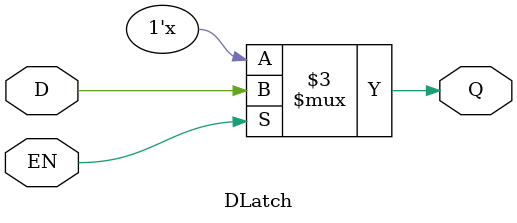
<source format=v>
`timescale 1ns / 1ps


module DLatch(D,EN,Q);
input D,EN;
output reg Q;

always@(D,EN)
begin
if(EN)
Q=D;
end
endmodule

</source>
